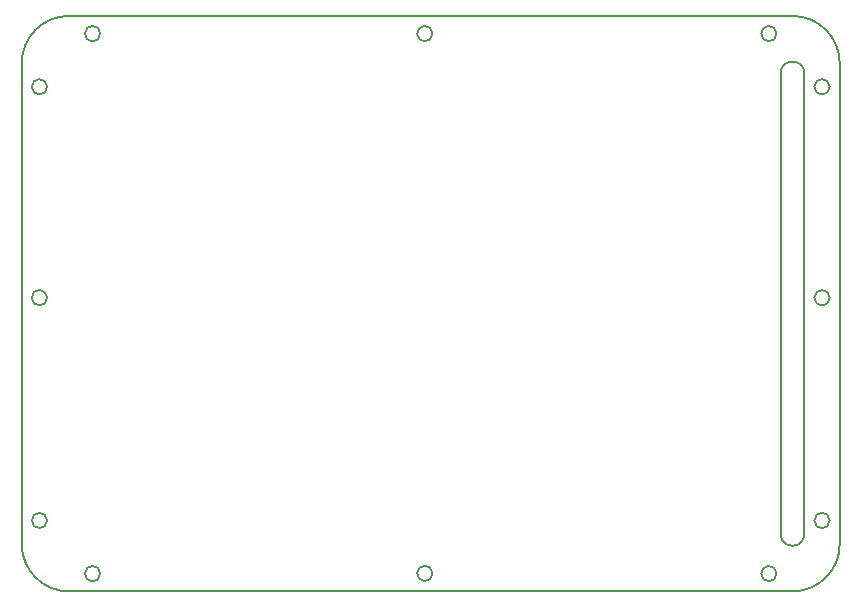
<source format=gm1>
%TF.GenerationSoftware,KiCad,Pcbnew,(6.0.8)*%
%TF.CreationDate,2022-10-12T18:40:44+08:00*%
%TF.ProjectId,UINIO-LCD2.4-ST7789,55494e49-4f2d-44c4-9344-322e342d5354,rev?*%
%TF.SameCoordinates,Original*%
%TF.FileFunction,Profile,NP*%
%FSLAX46Y46*%
G04 Gerber Fmt 4.6, Leading zero omitted, Abs format (unit mm)*
G04 Created by KiCad (PCBNEW (6.0.8)) date 2022-10-12 18:40:44*
%MOMM*%
%LPD*%
G01*
G04 APERTURE LIST*
%TA.AperFunction,Profile*%
%ADD10C,0.200000*%
%TD*%
G04 APERTURE END LIST*
D10*
X193640000Y-86210000D02*
G75*
G03*
X191640000Y-86210000I-1000000J0D01*
G01*
X195790000Y-124070000D02*
G75*
G03*
X195790000Y-124070000I-650000J0D01*
G01*
X129530000Y-105210000D02*
G75*
G03*
X129530000Y-105210000I-650000J0D01*
G01*
X129530000Y-87350000D02*
G75*
G03*
X129530000Y-87350000I-650000J0D01*
G01*
X162160010Y-128545500D02*
G75*
G03*
X162160010Y-128545500I-650000J0D01*
G01*
X192640000Y-130070000D02*
G75*
G03*
X196640000Y-126070000I0J4000000D01*
G01*
X134030000Y-82850000D02*
G75*
G03*
X134030000Y-82850000I-650000J0D01*
G01*
X162160000Y-82850000D02*
G75*
G03*
X162160000Y-82850000I-650000J0D01*
G01*
X196640000Y-85350000D02*
G75*
G03*
X192640000Y-81350000I-4000000J0D01*
G01*
X131380000Y-81350000D02*
X192640000Y-81350000D01*
X191640000Y-125210000D02*
G75*
G03*
X193640000Y-125210000I1000000J0D01*
G01*
X192640000Y-130070000D02*
X131380000Y-130070000D01*
X127380000Y-126070000D02*
X127380000Y-85350000D01*
X195790000Y-87350000D02*
G75*
G03*
X195790000Y-87350000I-650000J0D01*
G01*
X191640000Y-86210000D02*
X191640000Y-125210000D01*
X127380000Y-126070000D02*
G75*
G03*
X131380000Y-130070000I4000000J0D01*
G01*
X193640000Y-125210000D02*
X193640000Y-86210000D01*
X195790000Y-105210000D02*
G75*
G03*
X195790000Y-105210000I-650000J0D01*
G01*
X134030000Y-128570000D02*
G75*
G03*
X134030000Y-128570000I-650000J0D01*
G01*
X129530000Y-124070000D02*
G75*
G03*
X129530000Y-124070000I-650000J0D01*
G01*
X131380000Y-81350000D02*
G75*
G03*
X127380000Y-85350000I0J-4000000D01*
G01*
X191290000Y-128570000D02*
G75*
G03*
X191290000Y-128570000I-650000J0D01*
G01*
X191290000Y-82850000D02*
G75*
G03*
X191290000Y-82850000I-650000J0D01*
G01*
X196640000Y-85350000D02*
X196640000Y-126070000D01*
M02*

</source>
